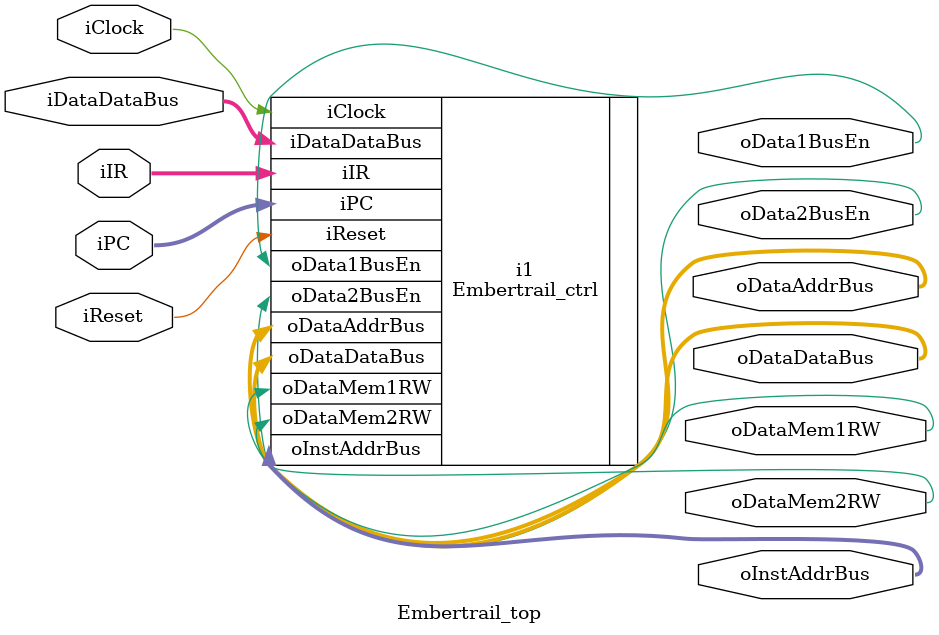
<source format=v>

module Embertrail_top(
input wire iClock,
input wire [15:0] iPC,
input wire [31:0] iIR,
input wire iReset,

input wire [31:0] iDataDataBus,

output wire [31:0] oDataDataBus,
output wire [31:0] oDataAddrBus,
output wire [15:0] oInstAddrBus,

output wire oDataMem1RW,
output wire oDataMem2RW,
output wire oData1BusEn,
output wire oData2BusEn
);

Embertrail_ctrl i1 (
// port map - connection between master ports and signals/registers   
  .iIR(iIR),
  .iPC(iPC),
  .iReset(iReset),
  .iClock(iClock),
	
  .iDataDataBus(iDataDataBus),  
  .oDataDataBus (oDataDataBus),
  .oDataAddrBus(oDataAddrBus),  
  .oInstAddrBus(oInstAddrBus),
  .oDataMem1RW(oDataMem1RW),
  .oDataMem2RW(oDataMem2RW),
  .oData1BusEn(oData1BusEn),
  .oData2BusEn(oData2BusEn)
);

endmodule
</source>
